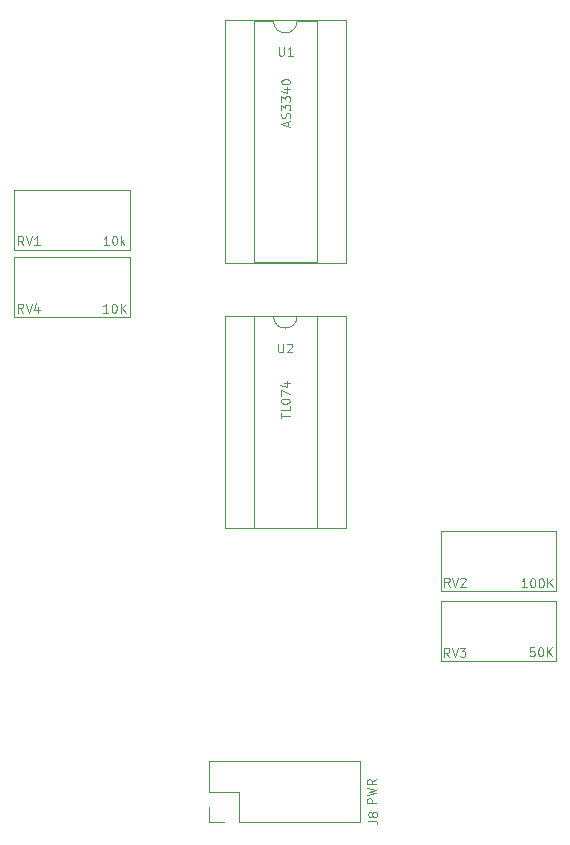
<source format=gbr>
G04 #@! TF.GenerationSoftware,KiCad,Pcbnew,(5.1.4-0-10_14)*
G04 #@! TF.CreationDate,2020-11-15T22:06:40-06:00*
G04 #@! TF.ProjectId,CEM3340_Daughter_Board,43454d33-3334-4305-9f44-617567687465,rev?*
G04 #@! TF.SameCoordinates,Original*
G04 #@! TF.FileFunction,Legend,Top*
G04 #@! TF.FilePolarity,Positive*
%FSLAX46Y46*%
G04 Gerber Fmt 4.6, Leading zero omitted, Abs format (unit mm)*
G04 Created by KiCad (PCBNEW (5.1.4-0-10_14)) date 2020-11-15 22:06:40*
%MOMM*%
%LPD*%
G04 APERTURE LIST*
%ADD10C,0.120000*%
%ADD11C,0.125000*%
G04 APERTURE END LIST*
D10*
X166530000Y-67160000D02*
X156250000Y-67160000D01*
X166530000Y-85180000D02*
X166530000Y-67160000D01*
X156250000Y-85180000D02*
X166530000Y-85180000D01*
X156250000Y-67160000D02*
X156250000Y-85180000D01*
X164040000Y-67220000D02*
X162390000Y-67220000D01*
X164040000Y-85120000D02*
X164040000Y-67220000D01*
X158740000Y-85120000D02*
X164040000Y-85120000D01*
X158740000Y-67220000D02*
X158740000Y-85120000D01*
X160390000Y-67220000D02*
X158740000Y-67220000D01*
X162390000Y-67220000D02*
G75*
G02X160390000Y-67220000I-1000000J0D01*
G01*
X154890000Y-110060000D02*
X154890000Y-108730000D01*
X156220000Y-110060000D02*
X154890000Y-110060000D01*
X154890000Y-107460000D02*
X154890000Y-104860000D01*
X157490000Y-107460000D02*
X154890000Y-107460000D01*
X157490000Y-110060000D02*
X157490000Y-107460000D01*
X154890000Y-104860000D02*
X167710000Y-104860000D01*
X157490000Y-110060000D02*
X167710000Y-110060000D01*
X167710000Y-110060000D02*
X167710000Y-104860000D01*
X166530000Y-42160000D02*
X156250000Y-42160000D01*
X166530000Y-62720000D02*
X166530000Y-42160000D01*
X156250000Y-62720000D02*
X166530000Y-62720000D01*
X156250000Y-42160000D02*
X156250000Y-62720000D01*
X164040000Y-42220000D02*
X162390000Y-42220000D01*
X164040000Y-62660000D02*
X164040000Y-42220000D01*
X158740000Y-62660000D02*
X164040000Y-62660000D01*
X158740000Y-42220000D02*
X158740000Y-62660000D01*
X160390000Y-42220000D02*
X158740000Y-42220000D01*
X162390000Y-42220000D02*
G75*
G02X160390000Y-42220000I-1000000J0D01*
G01*
X138445000Y-67240000D02*
X138445000Y-62170000D01*
X148215000Y-67240000D02*
X148215000Y-62170000D01*
X148215000Y-62170000D02*
X138445000Y-62170000D01*
X148215000Y-67240000D02*
X138445000Y-67240000D01*
X174535000Y-96370000D02*
X174535000Y-91300000D01*
X184305000Y-96370000D02*
X184305000Y-91300000D01*
X184305000Y-91300000D02*
X174535000Y-91300000D01*
X184305000Y-96370000D02*
X174535000Y-96370000D01*
X174535000Y-90470000D02*
X174535000Y-85400000D01*
X184305000Y-90470000D02*
X184305000Y-85400000D01*
X184305000Y-85400000D02*
X174535000Y-85400000D01*
X184305000Y-90470000D02*
X174535000Y-90470000D01*
X138445000Y-61620000D02*
X138445000Y-56550000D01*
X148215000Y-61620000D02*
X148215000Y-56550000D01*
X148215000Y-56550000D02*
X138445000Y-56550000D01*
X148215000Y-61620000D02*
X138445000Y-61620000D01*
D11*
X160798571Y-69529285D02*
X160798571Y-70136428D01*
X160834285Y-70207857D01*
X160870000Y-70243571D01*
X160941428Y-70279285D01*
X161084285Y-70279285D01*
X161155714Y-70243571D01*
X161191428Y-70207857D01*
X161227142Y-70136428D01*
X161227142Y-69529285D01*
X161548571Y-69600714D02*
X161584285Y-69565000D01*
X161655714Y-69529285D01*
X161834285Y-69529285D01*
X161905714Y-69565000D01*
X161941428Y-69600714D01*
X161977142Y-69672142D01*
X161977142Y-69743571D01*
X161941428Y-69850714D01*
X161512857Y-70279285D01*
X161977142Y-70279285D01*
X161009285Y-75869285D02*
X161009285Y-75440714D01*
X161759285Y-75655000D02*
X161009285Y-75655000D01*
X161759285Y-74833571D02*
X161759285Y-75190714D01*
X161009285Y-75190714D01*
X161009285Y-74440714D02*
X161009285Y-74369285D01*
X161045000Y-74297857D01*
X161080714Y-74262142D01*
X161152142Y-74226428D01*
X161295000Y-74190714D01*
X161473571Y-74190714D01*
X161616428Y-74226428D01*
X161687857Y-74262142D01*
X161723571Y-74297857D01*
X161759285Y-74369285D01*
X161759285Y-74440714D01*
X161723571Y-74512142D01*
X161687857Y-74547857D01*
X161616428Y-74583571D01*
X161473571Y-74619285D01*
X161295000Y-74619285D01*
X161152142Y-74583571D01*
X161080714Y-74547857D01*
X161045000Y-74512142D01*
X161009285Y-74440714D01*
X161009285Y-73940714D02*
X161009285Y-73440714D01*
X161759285Y-73762142D01*
X161259285Y-72833571D02*
X161759285Y-72833571D01*
X160973571Y-73012142D02*
X161509285Y-73190714D01*
X161509285Y-72726428D01*
X168429285Y-109930000D02*
X168965000Y-109930000D01*
X169072142Y-109965714D01*
X169143571Y-110037142D01*
X169179285Y-110144285D01*
X169179285Y-110215714D01*
X168750714Y-109465714D02*
X168715000Y-109537142D01*
X168679285Y-109572857D01*
X168607857Y-109608571D01*
X168572142Y-109608571D01*
X168500714Y-109572857D01*
X168465000Y-109537142D01*
X168429285Y-109465714D01*
X168429285Y-109322857D01*
X168465000Y-109251428D01*
X168500714Y-109215714D01*
X168572142Y-109180000D01*
X168607857Y-109180000D01*
X168679285Y-109215714D01*
X168715000Y-109251428D01*
X168750714Y-109322857D01*
X168750714Y-109465714D01*
X168786428Y-109537142D01*
X168822142Y-109572857D01*
X168893571Y-109608571D01*
X169036428Y-109608571D01*
X169107857Y-109572857D01*
X169143571Y-109537142D01*
X169179285Y-109465714D01*
X169179285Y-109322857D01*
X169143571Y-109251428D01*
X169107857Y-109215714D01*
X169036428Y-109180000D01*
X168893571Y-109180000D01*
X168822142Y-109215714D01*
X168786428Y-109251428D01*
X168750714Y-109322857D01*
X169049285Y-108460000D02*
X168299285Y-108460000D01*
X168299285Y-108174285D01*
X168335000Y-108102857D01*
X168370714Y-108067142D01*
X168442142Y-108031428D01*
X168549285Y-108031428D01*
X168620714Y-108067142D01*
X168656428Y-108102857D01*
X168692142Y-108174285D01*
X168692142Y-108460000D01*
X168299285Y-107781428D02*
X169049285Y-107602857D01*
X168513571Y-107460000D01*
X169049285Y-107317142D01*
X168299285Y-107138571D01*
X169049285Y-106424285D02*
X168692142Y-106674285D01*
X169049285Y-106852857D02*
X168299285Y-106852857D01*
X168299285Y-106567142D01*
X168335000Y-106495714D01*
X168370714Y-106460000D01*
X168442142Y-106424285D01*
X168549285Y-106424285D01*
X168620714Y-106460000D01*
X168656428Y-106495714D01*
X168692142Y-106567142D01*
X168692142Y-106852857D01*
X160828571Y-44409285D02*
X160828571Y-45016428D01*
X160864285Y-45087857D01*
X160900000Y-45123571D01*
X160971428Y-45159285D01*
X161114285Y-45159285D01*
X161185714Y-45123571D01*
X161221428Y-45087857D01*
X161257142Y-45016428D01*
X161257142Y-44409285D01*
X162007142Y-45159285D02*
X161578571Y-45159285D01*
X161792857Y-45159285D02*
X161792857Y-44409285D01*
X161721428Y-44516428D01*
X161650000Y-44587857D01*
X161578571Y-44623571D01*
X161595000Y-51084285D02*
X161595000Y-50727142D01*
X161809285Y-51155714D02*
X161059285Y-50905714D01*
X161809285Y-50655714D01*
X161773571Y-50441428D02*
X161809285Y-50334285D01*
X161809285Y-50155714D01*
X161773571Y-50084285D01*
X161737857Y-50048571D01*
X161666428Y-50012857D01*
X161595000Y-50012857D01*
X161523571Y-50048571D01*
X161487857Y-50084285D01*
X161452142Y-50155714D01*
X161416428Y-50298571D01*
X161380714Y-50370000D01*
X161345000Y-50405714D01*
X161273571Y-50441428D01*
X161202142Y-50441428D01*
X161130714Y-50405714D01*
X161095000Y-50370000D01*
X161059285Y-50298571D01*
X161059285Y-50120000D01*
X161095000Y-50012857D01*
X161059285Y-49762857D02*
X161059285Y-49298571D01*
X161345000Y-49548571D01*
X161345000Y-49441428D01*
X161380714Y-49370000D01*
X161416428Y-49334285D01*
X161487857Y-49298571D01*
X161666428Y-49298571D01*
X161737857Y-49334285D01*
X161773571Y-49370000D01*
X161809285Y-49441428D01*
X161809285Y-49655714D01*
X161773571Y-49727142D01*
X161737857Y-49762857D01*
X161059285Y-49048571D02*
X161059285Y-48584285D01*
X161345000Y-48834285D01*
X161345000Y-48727142D01*
X161380714Y-48655714D01*
X161416428Y-48620000D01*
X161487857Y-48584285D01*
X161666428Y-48584285D01*
X161737857Y-48620000D01*
X161773571Y-48655714D01*
X161809285Y-48727142D01*
X161809285Y-48941428D01*
X161773571Y-49012857D01*
X161737857Y-49048571D01*
X161309285Y-47941428D02*
X161809285Y-47941428D01*
X161023571Y-48120000D02*
X161559285Y-48298571D01*
X161559285Y-47834285D01*
X161059285Y-47405714D02*
X161059285Y-47334285D01*
X161095000Y-47262857D01*
X161130714Y-47227142D01*
X161202142Y-47191428D01*
X161345000Y-47155714D01*
X161523571Y-47155714D01*
X161666428Y-47191428D01*
X161737857Y-47227142D01*
X161773571Y-47262857D01*
X161809285Y-47334285D01*
X161809285Y-47405714D01*
X161773571Y-47477142D01*
X161737857Y-47512857D01*
X161666428Y-47548571D01*
X161523571Y-47584285D01*
X161345000Y-47584285D01*
X161202142Y-47548571D01*
X161130714Y-47512857D01*
X161095000Y-47477142D01*
X161059285Y-47405714D01*
X139193571Y-66899285D02*
X138943571Y-66542142D01*
X138765000Y-66899285D02*
X138765000Y-66149285D01*
X139050714Y-66149285D01*
X139122142Y-66185000D01*
X139157857Y-66220714D01*
X139193571Y-66292142D01*
X139193571Y-66399285D01*
X139157857Y-66470714D01*
X139122142Y-66506428D01*
X139050714Y-66542142D01*
X138765000Y-66542142D01*
X139407857Y-66149285D02*
X139657857Y-66899285D01*
X139907857Y-66149285D01*
X140479285Y-66399285D02*
X140479285Y-66899285D01*
X140300714Y-66113571D02*
X140122142Y-66649285D01*
X140586428Y-66649285D01*
X146402142Y-66909285D02*
X145973571Y-66909285D01*
X146187857Y-66909285D02*
X146187857Y-66159285D01*
X146116428Y-66266428D01*
X146045000Y-66337857D01*
X145973571Y-66373571D01*
X146866428Y-66159285D02*
X146937857Y-66159285D01*
X147009285Y-66195000D01*
X147045000Y-66230714D01*
X147080714Y-66302142D01*
X147116428Y-66445000D01*
X147116428Y-66623571D01*
X147080714Y-66766428D01*
X147045000Y-66837857D01*
X147009285Y-66873571D01*
X146937857Y-66909285D01*
X146866428Y-66909285D01*
X146795000Y-66873571D01*
X146759285Y-66837857D01*
X146723571Y-66766428D01*
X146687857Y-66623571D01*
X146687857Y-66445000D01*
X146723571Y-66302142D01*
X146759285Y-66230714D01*
X146795000Y-66195000D01*
X146866428Y-66159285D01*
X147437857Y-66909285D02*
X147437857Y-66159285D01*
X147866428Y-66909285D02*
X147545000Y-66480714D01*
X147866428Y-66159285D02*
X147437857Y-66587857D01*
X175283571Y-96049285D02*
X175033571Y-95692142D01*
X174855000Y-96049285D02*
X174855000Y-95299285D01*
X175140714Y-95299285D01*
X175212142Y-95335000D01*
X175247857Y-95370714D01*
X175283571Y-95442142D01*
X175283571Y-95549285D01*
X175247857Y-95620714D01*
X175212142Y-95656428D01*
X175140714Y-95692142D01*
X174855000Y-95692142D01*
X175497857Y-95299285D02*
X175747857Y-96049285D01*
X175997857Y-95299285D01*
X176176428Y-95299285D02*
X176640714Y-95299285D01*
X176390714Y-95585000D01*
X176497857Y-95585000D01*
X176569285Y-95620714D01*
X176605000Y-95656428D01*
X176640714Y-95727857D01*
X176640714Y-95906428D01*
X176605000Y-95977857D01*
X176569285Y-96013571D01*
X176497857Y-96049285D01*
X176283571Y-96049285D01*
X176212142Y-96013571D01*
X176176428Y-95977857D01*
X182476428Y-95259285D02*
X182119285Y-95259285D01*
X182083571Y-95616428D01*
X182119285Y-95580714D01*
X182190714Y-95545000D01*
X182369285Y-95545000D01*
X182440714Y-95580714D01*
X182476428Y-95616428D01*
X182512142Y-95687857D01*
X182512142Y-95866428D01*
X182476428Y-95937857D01*
X182440714Y-95973571D01*
X182369285Y-96009285D01*
X182190714Y-96009285D01*
X182119285Y-95973571D01*
X182083571Y-95937857D01*
X182976428Y-95259285D02*
X183047857Y-95259285D01*
X183119285Y-95295000D01*
X183155000Y-95330714D01*
X183190714Y-95402142D01*
X183226428Y-95545000D01*
X183226428Y-95723571D01*
X183190714Y-95866428D01*
X183155000Y-95937857D01*
X183119285Y-95973571D01*
X183047857Y-96009285D01*
X182976428Y-96009285D01*
X182905000Y-95973571D01*
X182869285Y-95937857D01*
X182833571Y-95866428D01*
X182797857Y-95723571D01*
X182797857Y-95545000D01*
X182833571Y-95402142D01*
X182869285Y-95330714D01*
X182905000Y-95295000D01*
X182976428Y-95259285D01*
X183547857Y-96009285D02*
X183547857Y-95259285D01*
X183976428Y-96009285D02*
X183655000Y-95580714D01*
X183976428Y-95259285D02*
X183547857Y-95687857D01*
X175293571Y-90099285D02*
X175043571Y-89742142D01*
X174865000Y-90099285D02*
X174865000Y-89349285D01*
X175150714Y-89349285D01*
X175222142Y-89385000D01*
X175257857Y-89420714D01*
X175293571Y-89492142D01*
X175293571Y-89599285D01*
X175257857Y-89670714D01*
X175222142Y-89706428D01*
X175150714Y-89742142D01*
X174865000Y-89742142D01*
X175507857Y-89349285D02*
X175757857Y-90099285D01*
X176007857Y-89349285D01*
X176222142Y-89420714D02*
X176257857Y-89385000D01*
X176329285Y-89349285D01*
X176507857Y-89349285D01*
X176579285Y-89385000D01*
X176615000Y-89420714D01*
X176650714Y-89492142D01*
X176650714Y-89563571D01*
X176615000Y-89670714D01*
X176186428Y-90099285D01*
X176650714Y-90099285D01*
X181835000Y-90169285D02*
X181406428Y-90169285D01*
X181620714Y-90169285D02*
X181620714Y-89419285D01*
X181549285Y-89526428D01*
X181477857Y-89597857D01*
X181406428Y-89633571D01*
X182299285Y-89419285D02*
X182370714Y-89419285D01*
X182442142Y-89455000D01*
X182477857Y-89490714D01*
X182513571Y-89562142D01*
X182549285Y-89705000D01*
X182549285Y-89883571D01*
X182513571Y-90026428D01*
X182477857Y-90097857D01*
X182442142Y-90133571D01*
X182370714Y-90169285D01*
X182299285Y-90169285D01*
X182227857Y-90133571D01*
X182192142Y-90097857D01*
X182156428Y-90026428D01*
X182120714Y-89883571D01*
X182120714Y-89705000D01*
X182156428Y-89562142D01*
X182192142Y-89490714D01*
X182227857Y-89455000D01*
X182299285Y-89419285D01*
X183013571Y-89419285D02*
X183085000Y-89419285D01*
X183156428Y-89455000D01*
X183192142Y-89490714D01*
X183227857Y-89562142D01*
X183263571Y-89705000D01*
X183263571Y-89883571D01*
X183227857Y-90026428D01*
X183192142Y-90097857D01*
X183156428Y-90133571D01*
X183085000Y-90169285D01*
X183013571Y-90169285D01*
X182942142Y-90133571D01*
X182906428Y-90097857D01*
X182870714Y-90026428D01*
X182835000Y-89883571D01*
X182835000Y-89705000D01*
X182870714Y-89562142D01*
X182906428Y-89490714D01*
X182942142Y-89455000D01*
X183013571Y-89419285D01*
X183585000Y-90169285D02*
X183585000Y-89419285D01*
X184013571Y-90169285D02*
X183692142Y-89740714D01*
X184013571Y-89419285D02*
X183585000Y-89847857D01*
X139223571Y-61189285D02*
X138973571Y-60832142D01*
X138795000Y-61189285D02*
X138795000Y-60439285D01*
X139080714Y-60439285D01*
X139152142Y-60475000D01*
X139187857Y-60510714D01*
X139223571Y-60582142D01*
X139223571Y-60689285D01*
X139187857Y-60760714D01*
X139152142Y-60796428D01*
X139080714Y-60832142D01*
X138795000Y-60832142D01*
X139437857Y-60439285D02*
X139687857Y-61189285D01*
X139937857Y-60439285D01*
X140580714Y-61189285D02*
X140152142Y-61189285D01*
X140366428Y-61189285D02*
X140366428Y-60439285D01*
X140295000Y-60546428D01*
X140223571Y-60617857D01*
X140152142Y-60653571D01*
X146443571Y-61169285D02*
X146015000Y-61169285D01*
X146229285Y-61169285D02*
X146229285Y-60419285D01*
X146157857Y-60526428D01*
X146086428Y-60597857D01*
X146015000Y-60633571D01*
X146907857Y-60419285D02*
X146979285Y-60419285D01*
X147050714Y-60455000D01*
X147086428Y-60490714D01*
X147122142Y-60562142D01*
X147157857Y-60705000D01*
X147157857Y-60883571D01*
X147122142Y-61026428D01*
X147086428Y-61097857D01*
X147050714Y-61133571D01*
X146979285Y-61169285D01*
X146907857Y-61169285D01*
X146836428Y-61133571D01*
X146800714Y-61097857D01*
X146765000Y-61026428D01*
X146729285Y-60883571D01*
X146729285Y-60705000D01*
X146765000Y-60562142D01*
X146800714Y-60490714D01*
X146836428Y-60455000D01*
X146907857Y-60419285D01*
X147479285Y-61169285D02*
X147479285Y-60419285D01*
X147550714Y-60883571D02*
X147765000Y-61169285D01*
X147765000Y-60669285D02*
X147479285Y-60955000D01*
M02*

</source>
